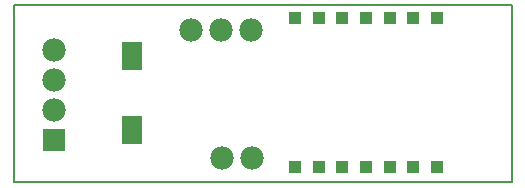
<source format=gbs>
G75*
%MOIN*%
%OFA0B0*%
%FSLAX24Y24*%
%IPPOS*%
%LPD*%
%AMOC8*
5,1,8,0,0,1.08239X$1,22.5*
%
%ADD10C,0.0080*%
%ADD11R,0.0434X0.0434*%
%ADD12R,0.0780X0.0780*%
%ADD13C,0.0780*%
%ADD14R,0.0670X0.0946*%
D10*
X000161Y000753D02*
X000161Y006658D01*
X016769Y006658D01*
X016769Y000753D01*
X000161Y000753D01*
D11*
X009542Y001272D03*
X010329Y001272D03*
X011117Y001272D03*
X011904Y001272D03*
X012691Y001272D03*
X013479Y001272D03*
X014266Y001272D03*
X014266Y006233D03*
X013479Y006233D03*
X012691Y006233D03*
X011904Y006233D03*
X011117Y006233D03*
X010329Y006233D03*
X009542Y006233D03*
D12*
X001487Y002154D03*
D13*
X001487Y003154D03*
X001487Y004154D03*
X001487Y005154D03*
X006076Y005829D03*
X007076Y005829D03*
X008076Y005829D03*
X008087Y001550D03*
X007087Y001550D03*
D14*
X004089Y002489D03*
X004089Y004969D03*
M02*

</source>
